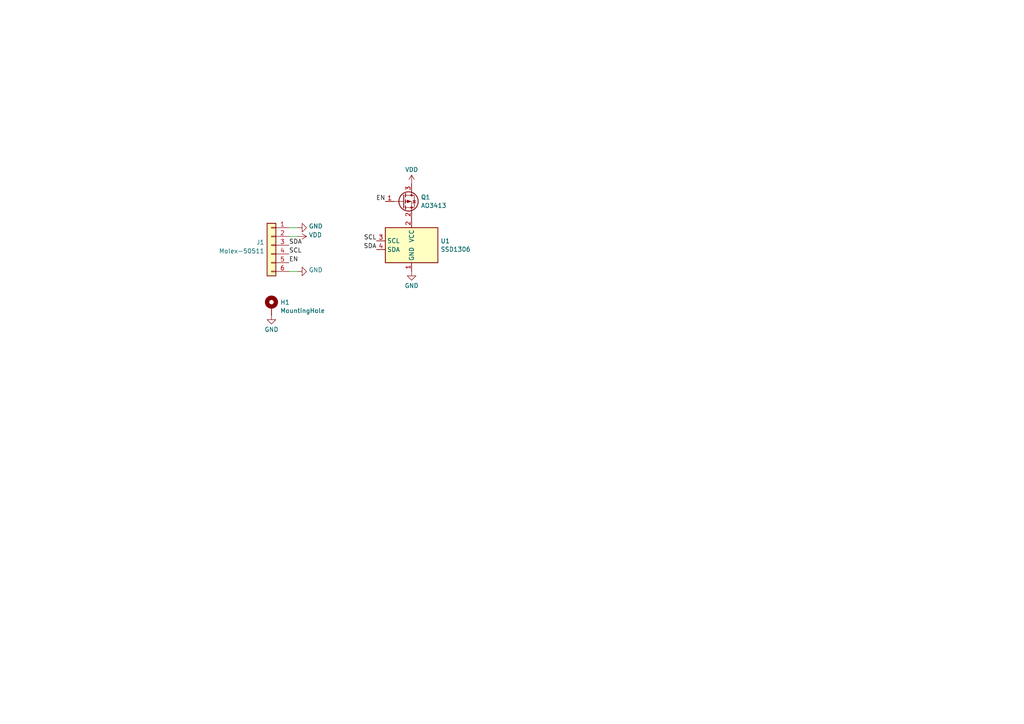
<source format=kicad_sch>
(kicad_sch (version 20231120) (generator "eeschema") (generator_version "8.0")
  (paper "A4")
  (title_block (title "Marten 22 OLED Module") (date "2024-10-06") (rev "1"))
  (lib_symbols
    (symbol "Connector_Generic:Conn_01x06" (pin_names (offset 1.016) hide)
      (property "Reference" "J" (at 0 7.62 0))
      (property "Value" "Conn_01x06" (at 0 -10.16 0))
      (symbol "Conn_01x06_1_1"
        (rectangle (start -1.27 -7.493) (end 0 -7.747) (stroke (width 0.1524)))
        (rectangle (start -1.27 -4.953) (end 0 -5.207) (stroke (width 0.1524)))
        (rectangle (start -1.27 -2.413) (end 0 -2.667) (stroke (width 0.1524)))
        (rectangle (start -1.27 0.127) (end 0 -0.127) (stroke (width 0.1524)))
        (rectangle (start -1.27 2.667) (end 0 2.413) (stroke (width 0.1524)))
        (rectangle (start -1.27 5.207) (end 0 4.953) (stroke (width 0.1524)))
        (rectangle (start -1.27 6.35) (end 1.27 -8.89) (stroke (width 0.254)) (fill (type background)))
        (pin passive line (at -5.08 5.08 0) (length 3.81) (name "Pin_1") (number "1"))
        (pin passive line (at -5.08 2.54 0) (length 3.81) (name "Pin_2") (number "2"))
        (pin passive line (at -5.08 0 0) (length 3.81) (name "Pin_3") (number "3"))
        (pin passive line (at -5.08 -2.54 0) (length 3.81) (name "Pin_4") (number "4"))
        (pin passive line (at -5.08 -5.08 0) (length 3.81) (name "Pin_5") (number "5"))
        (pin passive line (at -5.08 -7.62 0) (length 3.81) (name "Pin_6") (number "6"))
      )
    )
    (symbol "Device:Q_PMOS_GSD" (pin_names (offset 0) hide)
      (property "Reference" "Q" (at 5.08 1.27 0))
      (property "Value" "Q_PMOS_GSD" (at 5.08 -1.27 0))
      (symbol "Q_PMOS_GSD_0_1"
        (polyline (pts (xy 0.254 0) (xy -2.54 0)))
        (polyline (pts (xy 0.254 1.905) (xy 0.254 -1.905)) (stroke (width 0.254)))
        (polyline (pts (xy 0.762 -1.27) (xy 0.762 -2.286)) (stroke (width 0.254)))
        (polyline (pts (xy 0.762 0.508) (xy 0.762 -0.508)) (stroke (width 0.254)))
        (polyline (pts (xy 0.762 2.286) (xy 0.762 1.27)) (stroke (width 0.254)))
        (polyline (pts (xy 2.54 2.54) (xy 2.54 1.778)))
        (polyline (pts (xy 2.54 -2.54) (xy 2.54 0) (xy 0.762 0)))
        (polyline (pts (xy 0.762 1.778) (xy 3.302 1.778) (xy 3.302 -1.778) (xy 0.762 -1.778)))
        (polyline (pts (xy 2.286 0) (xy 1.27 0.381) (xy 1.27 -0.381) (xy 2.286 0)) (fill (type outline)))
        (polyline (pts (xy 2.794 -0.508) (xy 2.921 -0.381) (xy 3.683 -0.381) (xy 3.81 -0.254)))
        (polyline (pts (xy 3.302 -0.381) (xy 2.921 0.254) (xy 3.683 0.254) (xy 3.302 -0.381)))
        (circle (center 1.651 0) (radius 2.794) (stroke (width 0.254)))
        (circle (center 2.54 -1.778) (radius 0.254) (fill (type outline)))
        (circle (center 2.54 1.778) (radius 0.254) (fill (type outline)))
      )
      (symbol "Q_PMOS_GSD_1_1"
        (pin input line (at -5.08 0 0) (length 2.54) (name "G") (number "1"))
        (pin passive line (at 2.54 -5.08 90) (length 2.54) (name "S") (number "2"))
        (pin passive line (at 2.54 5.08 270) (length 2.54) (name "D") (number "3"))
      )
    )
    (symbol "GND_1" (power) (pin_names (offset 0))
      (property "Value" "GND_1" (at 0 -3.81 0))
      (symbol "GND_1_0_1"
        (polyline (pts (xy 0 0) (xy 0 -1.27) (xy 1.27 -1.27) (xy 0 -2.54) (xy -1.27 -1.27) (xy 0 -1.27)))
      )
      (symbol "GND_1_1_1"
        (pin power_in line (at 0 0 270) (length 0) hide (name "GND") (number "1"))
      )
    )
    (symbol "Mechanical:MountingHole_Pad" (pin_numbers hide) (pin_names (offset 1.016) hide)
      (property "Reference" "H" (at 0 6.35 0))
      (property "Value" "MountingHole_Pad" (at 0 4.445 0))
      (symbol "MountingHole_Pad_0_1"
        (circle (center 0 1.27) (radius 1.27) (stroke (width 1.27)))
      )
      (symbol "MountingHole_Pad_1_1"
        (pin input line (at 0 -2.54 90) (length 2.54) (name "1") (number "1"))
      )
    )
    (symbol "VDD_1" (power) (pin_names (offset 0))
      (property "Value" "VDD_1" (at 0 3.81 0))
      (symbol "VDD_1_0_1"
        (polyline (pts (xy -0.762 1.27) (xy 0 2.54)))
        (polyline (pts (xy 0 0) (xy 0 2.54)))
        (polyline (pts (xy 0 2.54) (xy 0.762 1.27)))
      )
      (symbol "VDD_1_1_1"
        (pin power_in line (at 0 0 90) (length 0) hide (name "VDD") (number "1"))
      )
    )
    (symbol "keyboard:SSD1306"
      (property "Reference" "U" (at -6.985 5.715 0))
      (property "Value" "SSD1306" (at 5.715 5.715 0))
      (symbol "SSD1306_0_1"
        (rectangle (start -7.62 5.08) (end 7.62 -5.08) (stroke (width 0.254)) (fill (type background)))
      )
      (symbol "SSD1306_1_1"
        (pin power_in line (at 0 -7.62 90) (length 2.54) (name "GND") (number "1"))
        (pin power_in line (at 0 7.62 270) (length 2.54) (name "VCC") (number "2"))
        (pin input line (at 10.16 1.27 180) (length 2.54) (name "SCL") (number "3"))
        (pin input line (at 10.16 -1.27 180) (length 2.54) (name "SDA") (number "4"))
      )
    )
    (symbol "power:GND" (power) (pin_names (offset 0))
      (property "Value" "GND" (at 0 -3.81 0))
      (symbol "GND_0_1"
        (polyline (pts (xy 0 0) (xy 0 -1.27) (xy 1.27 -1.27) (xy 0 -2.54) (xy -1.27 -1.27) (xy 0 -1.27)))
      )
      (symbol "GND_1_1"
        (pin power_in line (at 0 0 270) (length 0) hide (name "GND") (number "1"))
      )
    )
    (symbol "power:VDD" (power) (pin_names (offset 0))
      (property "Value" "VDD" (at 0 3.81 0))
      (symbol "VDD_0_1"
        (polyline (pts (xy -0.762 1.27) (xy 0 2.54)))
        (polyline (pts (xy 0 0) (xy 0 2.54)))
        (polyline (pts (xy 0 2.54) (xy 0.762 1.27)))
      )
      (symbol "VDD_1_1"
        (pin power_in line (at 0 0 90) (length 0) hide (name "VDD") (number "1"))
      )
    )
  )
  (wire (pts (xy 86.36 66.04) (xy 83.82 66.04)))
  (wire (pts (xy 86.36 68.58) (xy 83.82 68.58)))
  (wire (pts (xy 86.36 78.74) (xy 83.82 78.74)))
  (label "SDA" (at 109.22 72.39 180))
  (label "EN" (at 111.76 58.42 180))
  (label "SCL" (at 83.82 73.66 0))
  (label "SDA" (at 83.82 71.12 0))
  (label "SCL" (at 109.22 69.85 180))
  (label "EN" (at 83.82 76.2 0))
  (symbol (lib_name "VDD_1") (lib_id "power:VDD") (at 119.38 53.34 0) (unit 1)
    (property "Reference" "#PWR01" (effects (hide yes)))
    (property "Value" "VDD" (at 119.38 49.2069 0))
  )
  (symbol (lib_id "Device:Q_PMOS_GSD") (at 116.84 58.42 0) (unit 1)
    (property "Reference" "Q1" (at 122.047 57.2079 0) (effects (justify left)))
    (property "Value" "AO3413" (at 122.047 59.6321 0) (effects (justify left)))
    (property "Footprint" "Package_TO_SOT_SMD:SOT-23-3" (effects (hide yes)))
  )
  (symbol (lib_id "power:GND") (at 86.36 78.74 90) (mirror x) (unit 1)
    (property "Reference" "#PWR03" (effects (hide yes)))
    (property "Value" "GND" (at 89.5349 78.3062 90) (effects (justify right)))
  )
  (symbol (lib_name "GND_1") (lib_id "power:GND") (at 119.38 78.74 0) (unit 1)
    (property "Reference" "#PWR04" (effects (hide yes)))
    (property "Value" "GND" (at 119.38 82.8731 0))
  )
  (symbol (lib_id "Mechanical:MountingHole_Pad") (at 78.74 88.9 0) (unit 1)
    (property "Reference" "H1" (at 81.28 87.6879 0) (effects (justify left)))
    (property "Value" "MountingHole" (at 81.28 90.1121 0) (effects (justify left)))
    (property "Footprint" "MountingHole:MountingHole_2.2mm_M2_Pad_Via" (effects (hide yes)))
    (property "Manufacturer" "DNP" (effects (hide yes)))
    (property "Manufacturer Part Number" "DNP" (effects (hide yes)))
    (property "Package" "DNP" (effects (hide yes)))
  )
  (symbol (lib_name "GND_1") (lib_id "power:GND") (at 78.74 91.44 0) (unit 1)
    (property "Reference" "#PWR05" (effects (hide yes)))
    (property "Value" "GND" (at 78.74 95.5731 0))
  )
  (symbol (lib_id "power:VDD") (at 86.36 68.58 270) (unit 1)
    (property "Reference" "#PWR02" (effects (hide yes)))
    (property "Value" "VDD" (at 89.535 68.1462 90) (effects (justify left)))
  )
  (symbol (lib_id "keyboard:SSD1306") (at 119.38 71.12 0) (mirror y) (unit 1)
    (property "Reference" "U1" (at 127.762 69.9079 0) (effects (justify right)))
    (property "Value" "SSD1306" (at 127.762 72.3321 0) (effects (justify right)))
    (property "Footprint" "keyboard:SSD1306_Pogo_Pin" (effects (hide yes)))
    (property "Datasheet" "https://www.mill-max.com/products/datasheet/sockets/821-22-005-10-000101" (effects (hide yes)))
    (property "Manufacturer Part Number" "821-22-005-10-000101" (effects (hide yes)))
    (property "Manufacturer" "Mill-Max" (effects (hide yes)))
    (property "Package" "THT 5P" (effects (hide yes)))
  )
  (symbol (lib_id "power:GND") (at 86.36 66.04 90) (mirror x) (unit 1)
    (property "Reference" "#PWR06" (effects (hide yes)))
    (property "Value" "GND" (at 89.5349 65.6062 90) (effects (justify right)))
  )
  (symbol (lib_id "Connector_Generic:Conn_01x06") (at 78.74 71.12 0) (mirror y) (unit 1)
    (property "Reference" "J1" (at 76.7081 70.2853 0) (effects (justify left)))
    (property "Value" "Molex-50511" (at 76.7081 72.8222 0) (effects (justify left)))
    (property "Footprint" "keyboard:Molex_5051100692_1x06_P0.5mm_Anchor_2" (effects (hide yes)))
    (property "Manufacturer Part Number" "5051100692" (effects (hide yes)))
    (property "Manufacturer" "Molex" (effects (hide yes)))
    (property "Package" "SMD" (effects (hide yes)))
  )
)
</source>
